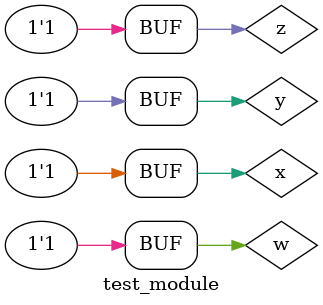
<source format=v>
module fxy (output s,
 input x, y, w, z);
assign s = (x | w | ~z) & (x | y | ~w | z) & (~y | ~z);
endmodule // fxy

// ---------------------
// -- test_module
// ---------------------
module test_module;
reg x, y, w, z;
wire s1;
 // instancias
fxy FXY1 (s1, x, y, w, z);
 // valores iniciais
initial begin: start
 x=1'bx; y=1'bx; w = 1'bx; z = 1'bx; // indefinidos
end

 // parte principal
initial begin: main

 // identificacao
 $display("Guia06 04)d) - Luana Policarpo de Castro - 752657");
 $display("Test boolean expression");
 $display("\n(X + W + Z') . (X + Y + W'+ Z) . (Y' + Z') = s\n");

 // monitoramento
 $display("x y w z = s1");
 $monitor("%2b %2b %2b %2b = %2b", x, y, w, z, s1);

 // sinalizacao
 #1 x=0; y=0; w=0; z=0;
 #1 x=0; y=0; w=0; z=1;
 #1 x=0; y=0; w=1; z=0;
 #1 x=0; y=0; w=1; z=1;
 #1 x=0; y=1; w=0; z=0;
 #1 x=0; y=1; w=0; z=1;
 #1 x=0; y=1; w=1; z=0;
 #1 x=0; y=1; w=1; z=1;
 #1 x=1; y=0; w=0; z=0;
 #1 x=1; y=0; w=0; z=1;
 #1 x=1; y=0; w=1; z=0;
 #1 x=1; y=0; w=1; z=1;
 #1 x=1; y=1; w=0; z=0;
 #1 x=1; y=1; w=0; z=1;
 #1 x=1; y=1; w=1; z=0;
 #1 x=1; y=1; w=1; z=1;
end
endmodule // test_module
</source>
